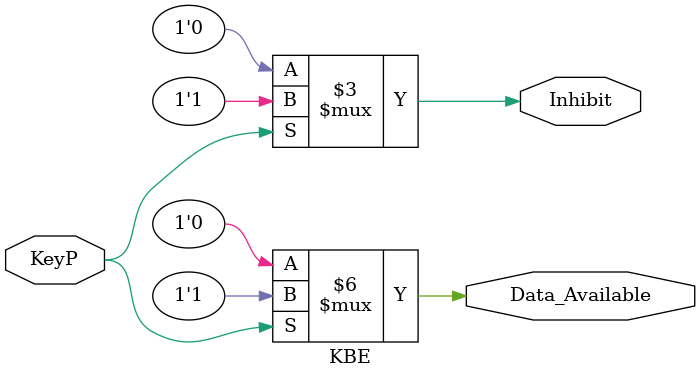
<source format=sv>
`timescale 1ms / 100us


module KBE(// Bounce Elimination module
  input  logic KeyP,
  output logic Data_Available,
  output logic Inhibit
);

always @(KeyP)begin
    #20 // Espera 20 ms
    if (KeyP) begin // si la tecla sigue presionada
      Data_Available = 1;
      Inhibit =1;
    end else begin 
      Data_Available =0;
      Inhibit =0;
    end
end


endmodule 
</source>
